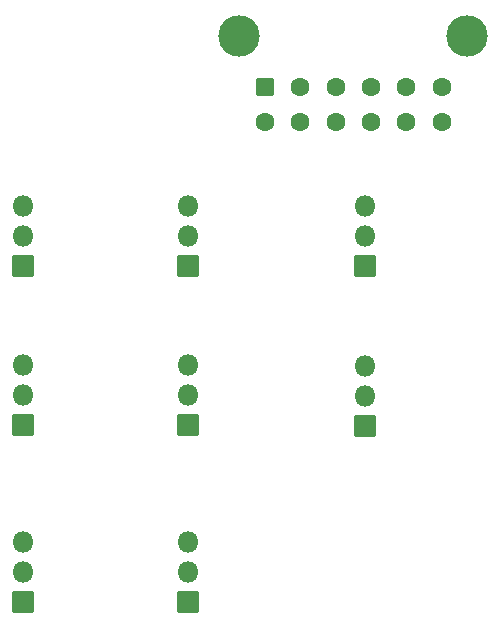
<source format=gbs>
G04 #@! TF.GenerationSoftware,KiCad,Pcbnew,(6.0.2)*
G04 #@! TF.CreationDate,2022-05-01T22:12:54+09:30*
G04 #@! TF.ProjectId,BSPD,42535044-2e6b-4696-9361-645f70636258,4*
G04 #@! TF.SameCoordinates,Original*
G04 #@! TF.FileFunction,Soldermask,Bot*
G04 #@! TF.FilePolarity,Negative*
%FSLAX46Y46*%
G04 Gerber Fmt 4.6, Leading zero omitted, Abs format (unit mm)*
G04 Created by KiCad (PCBNEW (6.0.2)) date 2022-05-01 22:12:54*
%MOMM*%
%LPD*%
G01*
G04 APERTURE LIST*
G04 Aperture macros list*
%AMRoundRect*
0 Rectangle with rounded corners*
0 $1 Rounding radius*
0 $2 $3 $4 $5 $6 $7 $8 $9 X,Y pos of 4 corners*
0 Add a 4 corners polygon primitive as box body*
4,1,4,$2,$3,$4,$5,$6,$7,$8,$9,$2,$3,0*
0 Add four circle primitives for the rounded corners*
1,1,$1+$1,$2,$3*
1,1,$1+$1,$4,$5*
1,1,$1+$1,$6,$7*
1,1,$1+$1,$8,$9*
0 Add four rect primitives between the rounded corners*
20,1,$1+$1,$2,$3,$4,$5,0*
20,1,$1+$1,$4,$5,$6,$7,0*
20,1,$1+$1,$6,$7,$8,$9,0*
20,1,$1+$1,$8,$9,$2,$3,0*%
G04 Aperture macros list end*
%ADD10RoundRect,0.051000X0.850000X0.850000X-0.850000X0.850000X-0.850000X-0.850000X0.850000X-0.850000X0*%
%ADD11O,1.802000X1.802000*%
%ADD12RoundRect,0.301001X-0.499999X-0.499999X0.499999X-0.499999X0.499999X0.499999X-0.499999X0.499999X0*%
%ADD13C,1.602000*%
%ADD14C,3.512000*%
G04 APERTURE END LIST*
D10*
X123000000Y-92750000D03*
D11*
X123000000Y-90210000D03*
X123000000Y-87670000D03*
D10*
X138000000Y-92790000D03*
D11*
X138000000Y-90250000D03*
X138000000Y-87710000D03*
D10*
X109000000Y-92750000D03*
D11*
X109000000Y-90210000D03*
X109000000Y-87670000D03*
D10*
X123000000Y-79250000D03*
D11*
X123000000Y-76710000D03*
X123000000Y-74170000D03*
D10*
X109000000Y-79250000D03*
D11*
X109000000Y-76710000D03*
X109000000Y-74170000D03*
D10*
X123000000Y-107750000D03*
D11*
X123000000Y-105210000D03*
X123000000Y-102670000D03*
D10*
X109000000Y-107750000D03*
D11*
X109000000Y-105210000D03*
X109000000Y-102670000D03*
D10*
X138000000Y-79250000D03*
D11*
X138000000Y-76710000D03*
X138000000Y-74170000D03*
D12*
X129500000Y-64085000D03*
D13*
X132500000Y-64085000D03*
X135500000Y-64085000D03*
X138500000Y-64085000D03*
X141500000Y-64085000D03*
X144500000Y-64085000D03*
X129500000Y-67085000D03*
X132500000Y-67085000D03*
X135500000Y-67085000D03*
X138500000Y-67085000D03*
X141500000Y-67085000D03*
X144500000Y-67085000D03*
D14*
X146650000Y-59765000D03*
X127350000Y-59765000D03*
M02*

</source>
